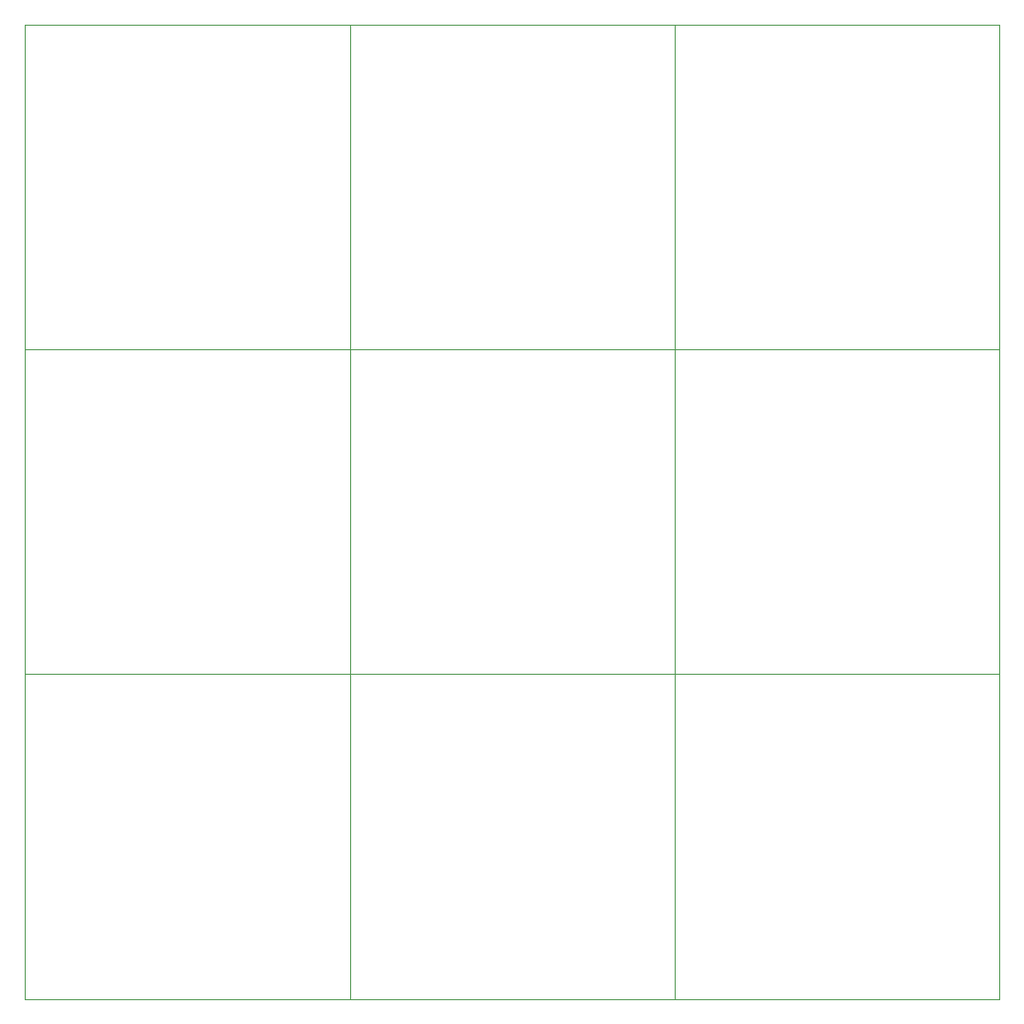
<source format=gm1>
%TF.GenerationSoftware,KiCad,Pcbnew,8.0.7*%
%TF.CreationDate,2025-02-11T00:04:32+09:00*%
%TF.ProjectId,joystick_pcb_3x3,6a6f7973-7469-4636-9b5f-7063625f3378,rev?*%
%TF.SameCoordinates,Original*%
%TF.FileFunction,Profile,NP*%
%FSLAX46Y46*%
G04 Gerber Fmt 4.6, Leading zero omitted, Abs format (unit mm)*
G04 Created by KiCad (PCBNEW 8.0.7) date 2025-02-11 00:04:32*
%MOMM*%
%LPD*%
G01*
G04 APERTURE LIST*
%TA.AperFunction,Profile*%
%ADD10C,0.100000*%
%TD*%
G04 APERTURE END LIST*
D10*
X75000000Y-75000000D02*
X105000000Y-75000000D01*
X105000000Y-105000000D01*
X75000000Y-105000000D01*
X75000000Y-75000000D01*
X45000000Y-75000000D02*
X75000000Y-75000000D01*
X75000000Y-105000000D01*
X45000000Y-105000000D01*
X45000000Y-75000000D01*
X15000000Y-75000000D02*
X45000000Y-75000000D01*
X45000000Y-105000000D01*
X15000000Y-105000000D01*
X15000000Y-75000000D01*
X75000000Y-45000000D02*
X105000000Y-45000000D01*
X105000000Y-75000000D01*
X75000000Y-75000000D01*
X75000000Y-45000000D01*
X45000000Y-45000000D02*
X75000000Y-45000000D01*
X75000000Y-75000000D01*
X45000000Y-75000000D01*
X45000000Y-45000000D01*
X15000000Y-45000000D02*
X45000000Y-45000000D01*
X45000000Y-75000000D01*
X15000000Y-75000000D01*
X15000000Y-45000000D01*
X75000000Y-15000000D02*
X105000000Y-15000000D01*
X105000000Y-45000000D01*
X75000000Y-45000000D01*
X75000000Y-15000000D01*
X45000000Y-15000000D02*
X75000000Y-15000000D01*
X75000000Y-45000000D01*
X45000000Y-45000000D01*
X45000000Y-15000000D01*
X15000000Y-15000000D02*
X45000000Y-15000000D01*
X45000000Y-45000000D01*
X15000000Y-45000000D01*
X15000000Y-15000000D01*
M02*

</source>
